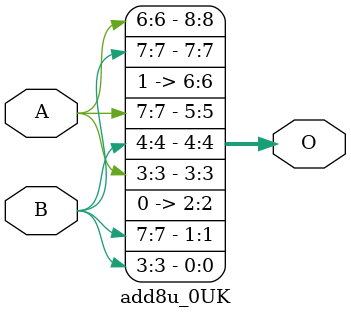
<source format=v>
/***
* This code is a part of EvoApproxLib library (ehw.fit.vutbr.cz/approxlib) distributed under The MIT License.
* When used, please cite the following article(s): V. MRAZEK. Optimization of BDD-based Approximation Error Metrics Calculations. In: IEEE Computer Society Annual Symposium on VLSI (ISVLSI '22). Paphos: Institute of Electrical and Electronics Engineers, 2022, pp. 86-91. ISBN 978-1-6654-6605-9. 
* This file contains a circuit from a sub-set of pareto optimal circuits with respect to the pwr and mre parameters
***/
// MAE% = 19.67 %
// MAE = 101 
// WCE% = 50.39 %
// WCE = 258 
// WCRE% = 6300.00 %
// EP% = 99.77 %
// MRE% = 49.16 %
// MSE = 14074 
// PDK45_PWR = 0.000 mW
// PDK45_AREA = 0.0 um2
// PDK45_DELAY = 0.00 ns


module add8u_0UK(A, B, O);
  input [7:0] A, B;
  output [8:0] O;
  assign O[2] = 1'b0;
  assign O[6] = 1'b1;
  assign O[7] = B[7];
  assign O[0] = B[3];
  assign O[1] = B[7];
  assign O[3] = A[3];
  assign O[4] = B[4];
  assign O[5] = A[7];
  assign O[8] = A[6];
endmodule


</source>
